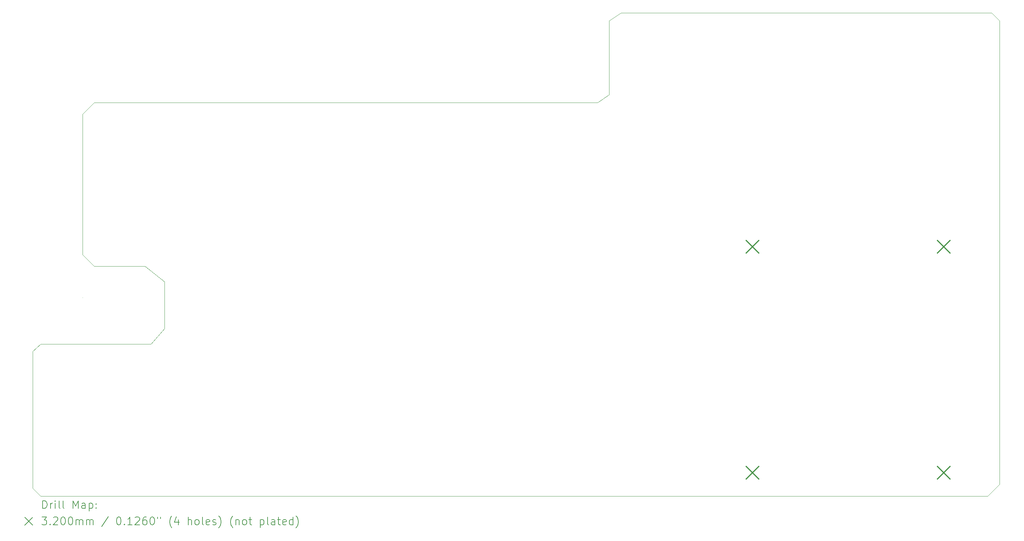
<source format=gbr>
%TF.GenerationSoftware,KiCad,Pcbnew,(6.0.9)*%
%TF.CreationDate,2023-02-24T15:44:55+01:00*%
%TF.ProjectId,mb.2024.0.0,6d622e32-3032-4342-9e30-2e302e6b6963,rev?*%
%TF.SameCoordinates,Original*%
%TF.FileFunction,Drillmap*%
%TF.FilePolarity,Positive*%
%FSLAX45Y45*%
G04 Gerber Fmt 4.5, Leading zero omitted, Abs format (unit mm)*
G04 Created by KiCad (PCBNEW (6.0.9)) date 2023-02-24 15:44:55*
%MOMM*%
%LPD*%
G01*
G04 APERTURE LIST*
%ADD10C,0.100000*%
%ADD11C,0.200000*%
%ADD12C,0.320000*%
G04 APERTURE END LIST*
D10*
X16500000Y-3100000D02*
X16200000Y-3300000D01*
X4450000Y-11600000D02*
X1624000Y-11600000D01*
X16200000Y-3300000D02*
X16200000Y-5200000D01*
X2700000Y-9300000D02*
X3000000Y-9600000D01*
X3000000Y-5400000D02*
X2700000Y-5700000D01*
X4800000Y-10000000D02*
X4300000Y-9600000D01*
X15900000Y-5400000D02*
X3000000Y-5400000D01*
X26000000Y-3100000D02*
X16500000Y-3100000D01*
X2700000Y-10400000D02*
X2700000Y-10400000D01*
X26200000Y-15200000D02*
X26200000Y-3300000D01*
X3000000Y-9600000D02*
X4300000Y-9600000D01*
X1624000Y-11600000D02*
X1424000Y-11784000D01*
X16200000Y-5200000D02*
X15900000Y-5400000D01*
X1424000Y-15300000D02*
X1624000Y-15500000D01*
X1424000Y-11784000D02*
X1424000Y-15300000D01*
X25900000Y-15500000D02*
X26200000Y-15200000D01*
X4800000Y-11200000D02*
X4800000Y-10000000D01*
X2700000Y-5700000D02*
X2700000Y-9300000D01*
X4800000Y-11200000D02*
X4450000Y-11600000D01*
X1624000Y-15500000D02*
X25900000Y-15500000D01*
X26000000Y-3100000D02*
X26200000Y-3300000D01*
D11*
D12*
X19711000Y-8940000D02*
X20031000Y-9260000D01*
X20031000Y-8940000D02*
X19711000Y-9260000D01*
X19711000Y-14740000D02*
X20031000Y-15060000D01*
X20031000Y-14740000D02*
X19711000Y-15060000D01*
X24611000Y-8940000D02*
X24931000Y-9260000D01*
X24931000Y-8940000D02*
X24611000Y-9260000D01*
X24611000Y-14740000D02*
X24931000Y-15060000D01*
X24931000Y-14740000D02*
X24611000Y-15060000D01*
D11*
X1676619Y-15815476D02*
X1676619Y-15615476D01*
X1724238Y-15615476D01*
X1752809Y-15625000D01*
X1771857Y-15644048D01*
X1781381Y-15663095D01*
X1790905Y-15701190D01*
X1790905Y-15729762D01*
X1781381Y-15767857D01*
X1771857Y-15786905D01*
X1752809Y-15805952D01*
X1724238Y-15815476D01*
X1676619Y-15815476D01*
X1876619Y-15815476D02*
X1876619Y-15682143D01*
X1876619Y-15720238D02*
X1886143Y-15701190D01*
X1895667Y-15691667D01*
X1914714Y-15682143D01*
X1933762Y-15682143D01*
X2000428Y-15815476D02*
X2000428Y-15682143D01*
X2000428Y-15615476D02*
X1990905Y-15625000D01*
X2000428Y-15634524D01*
X2009952Y-15625000D01*
X2000428Y-15615476D01*
X2000428Y-15634524D01*
X2124238Y-15815476D02*
X2105190Y-15805952D01*
X2095667Y-15786905D01*
X2095667Y-15615476D01*
X2229000Y-15815476D02*
X2209952Y-15805952D01*
X2200429Y-15786905D01*
X2200429Y-15615476D01*
X2457571Y-15815476D02*
X2457571Y-15615476D01*
X2524238Y-15758333D01*
X2590905Y-15615476D01*
X2590905Y-15815476D01*
X2771857Y-15815476D02*
X2771857Y-15710714D01*
X2762333Y-15691667D01*
X2743286Y-15682143D01*
X2705190Y-15682143D01*
X2686143Y-15691667D01*
X2771857Y-15805952D02*
X2752810Y-15815476D01*
X2705190Y-15815476D01*
X2686143Y-15805952D01*
X2676619Y-15786905D01*
X2676619Y-15767857D01*
X2686143Y-15748809D01*
X2705190Y-15739286D01*
X2752810Y-15739286D01*
X2771857Y-15729762D01*
X2867095Y-15682143D02*
X2867095Y-15882143D01*
X2867095Y-15691667D02*
X2886143Y-15682143D01*
X2924238Y-15682143D01*
X2943286Y-15691667D01*
X2952809Y-15701190D01*
X2962333Y-15720238D01*
X2962333Y-15777381D01*
X2952809Y-15796428D01*
X2943286Y-15805952D01*
X2924238Y-15815476D01*
X2886143Y-15815476D01*
X2867095Y-15805952D01*
X3048048Y-15796428D02*
X3057571Y-15805952D01*
X3048048Y-15815476D01*
X3038524Y-15805952D01*
X3048048Y-15796428D01*
X3048048Y-15815476D01*
X3048048Y-15691667D02*
X3057571Y-15701190D01*
X3048048Y-15710714D01*
X3038524Y-15701190D01*
X3048048Y-15691667D01*
X3048048Y-15710714D01*
X1219000Y-16045000D02*
X1419000Y-16245000D01*
X1419000Y-16045000D02*
X1219000Y-16245000D01*
X1657571Y-16035476D02*
X1781381Y-16035476D01*
X1714714Y-16111667D01*
X1743286Y-16111667D01*
X1762333Y-16121190D01*
X1771857Y-16130714D01*
X1781381Y-16149762D01*
X1781381Y-16197381D01*
X1771857Y-16216428D01*
X1762333Y-16225952D01*
X1743286Y-16235476D01*
X1686143Y-16235476D01*
X1667095Y-16225952D01*
X1657571Y-16216428D01*
X1867095Y-16216428D02*
X1876619Y-16225952D01*
X1867095Y-16235476D01*
X1857571Y-16225952D01*
X1867095Y-16216428D01*
X1867095Y-16235476D01*
X1952809Y-16054524D02*
X1962333Y-16045000D01*
X1981381Y-16035476D01*
X2029000Y-16035476D01*
X2048048Y-16045000D01*
X2057571Y-16054524D01*
X2067095Y-16073571D01*
X2067095Y-16092619D01*
X2057571Y-16121190D01*
X1943286Y-16235476D01*
X2067095Y-16235476D01*
X2190905Y-16035476D02*
X2209952Y-16035476D01*
X2229000Y-16045000D01*
X2238524Y-16054524D01*
X2248048Y-16073571D01*
X2257571Y-16111667D01*
X2257571Y-16159286D01*
X2248048Y-16197381D01*
X2238524Y-16216428D01*
X2229000Y-16225952D01*
X2209952Y-16235476D01*
X2190905Y-16235476D01*
X2171857Y-16225952D01*
X2162333Y-16216428D01*
X2152810Y-16197381D01*
X2143286Y-16159286D01*
X2143286Y-16111667D01*
X2152810Y-16073571D01*
X2162333Y-16054524D01*
X2171857Y-16045000D01*
X2190905Y-16035476D01*
X2381381Y-16035476D02*
X2400429Y-16035476D01*
X2419476Y-16045000D01*
X2429000Y-16054524D01*
X2438524Y-16073571D01*
X2448048Y-16111667D01*
X2448048Y-16159286D01*
X2438524Y-16197381D01*
X2429000Y-16216428D01*
X2419476Y-16225952D01*
X2400429Y-16235476D01*
X2381381Y-16235476D01*
X2362333Y-16225952D01*
X2352810Y-16216428D01*
X2343286Y-16197381D01*
X2333762Y-16159286D01*
X2333762Y-16111667D01*
X2343286Y-16073571D01*
X2352810Y-16054524D01*
X2362333Y-16045000D01*
X2381381Y-16035476D01*
X2533762Y-16235476D02*
X2533762Y-16102143D01*
X2533762Y-16121190D02*
X2543286Y-16111667D01*
X2562333Y-16102143D01*
X2590905Y-16102143D01*
X2609952Y-16111667D01*
X2619476Y-16130714D01*
X2619476Y-16235476D01*
X2619476Y-16130714D02*
X2629000Y-16111667D01*
X2648048Y-16102143D01*
X2676619Y-16102143D01*
X2695667Y-16111667D01*
X2705190Y-16130714D01*
X2705190Y-16235476D01*
X2800428Y-16235476D02*
X2800428Y-16102143D01*
X2800428Y-16121190D02*
X2809952Y-16111667D01*
X2829000Y-16102143D01*
X2857571Y-16102143D01*
X2876619Y-16111667D01*
X2886143Y-16130714D01*
X2886143Y-16235476D01*
X2886143Y-16130714D02*
X2895667Y-16111667D01*
X2914714Y-16102143D01*
X2943286Y-16102143D01*
X2962333Y-16111667D01*
X2971857Y-16130714D01*
X2971857Y-16235476D01*
X3362333Y-16025952D02*
X3190905Y-16283095D01*
X3619476Y-16035476D02*
X3638524Y-16035476D01*
X3657571Y-16045000D01*
X3667095Y-16054524D01*
X3676619Y-16073571D01*
X3686143Y-16111667D01*
X3686143Y-16159286D01*
X3676619Y-16197381D01*
X3667095Y-16216428D01*
X3657571Y-16225952D01*
X3638524Y-16235476D01*
X3619476Y-16235476D01*
X3600428Y-16225952D01*
X3590905Y-16216428D01*
X3581381Y-16197381D01*
X3571857Y-16159286D01*
X3571857Y-16111667D01*
X3581381Y-16073571D01*
X3590905Y-16054524D01*
X3600428Y-16045000D01*
X3619476Y-16035476D01*
X3771857Y-16216428D02*
X3781381Y-16225952D01*
X3771857Y-16235476D01*
X3762333Y-16225952D01*
X3771857Y-16216428D01*
X3771857Y-16235476D01*
X3971857Y-16235476D02*
X3857571Y-16235476D01*
X3914714Y-16235476D02*
X3914714Y-16035476D01*
X3895667Y-16064048D01*
X3876619Y-16083095D01*
X3857571Y-16092619D01*
X4048048Y-16054524D02*
X4057571Y-16045000D01*
X4076619Y-16035476D01*
X4124238Y-16035476D01*
X4143286Y-16045000D01*
X4152809Y-16054524D01*
X4162333Y-16073571D01*
X4162333Y-16092619D01*
X4152809Y-16121190D01*
X4038524Y-16235476D01*
X4162333Y-16235476D01*
X4333762Y-16035476D02*
X4295667Y-16035476D01*
X4276619Y-16045000D01*
X4267095Y-16054524D01*
X4248048Y-16083095D01*
X4238524Y-16121190D01*
X4238524Y-16197381D01*
X4248048Y-16216428D01*
X4257571Y-16225952D01*
X4276619Y-16235476D01*
X4314714Y-16235476D01*
X4333762Y-16225952D01*
X4343286Y-16216428D01*
X4352810Y-16197381D01*
X4352810Y-16149762D01*
X4343286Y-16130714D01*
X4333762Y-16121190D01*
X4314714Y-16111667D01*
X4276619Y-16111667D01*
X4257571Y-16121190D01*
X4248048Y-16130714D01*
X4238524Y-16149762D01*
X4476619Y-16035476D02*
X4495667Y-16035476D01*
X4514714Y-16045000D01*
X4524238Y-16054524D01*
X4533762Y-16073571D01*
X4543286Y-16111667D01*
X4543286Y-16159286D01*
X4533762Y-16197381D01*
X4524238Y-16216428D01*
X4514714Y-16225952D01*
X4495667Y-16235476D01*
X4476619Y-16235476D01*
X4457571Y-16225952D01*
X4448048Y-16216428D01*
X4438524Y-16197381D01*
X4429000Y-16159286D01*
X4429000Y-16111667D01*
X4438524Y-16073571D01*
X4448048Y-16054524D01*
X4457571Y-16045000D01*
X4476619Y-16035476D01*
X4619476Y-16035476D02*
X4619476Y-16073571D01*
X4695667Y-16035476D02*
X4695667Y-16073571D01*
X4990905Y-16311667D02*
X4981381Y-16302143D01*
X4962333Y-16273571D01*
X4952810Y-16254524D01*
X4943286Y-16225952D01*
X4933762Y-16178333D01*
X4933762Y-16140238D01*
X4943286Y-16092619D01*
X4952810Y-16064048D01*
X4962333Y-16045000D01*
X4981381Y-16016428D01*
X4990905Y-16006905D01*
X5152810Y-16102143D02*
X5152810Y-16235476D01*
X5105190Y-16025952D02*
X5057571Y-16168809D01*
X5181381Y-16168809D01*
X5409952Y-16235476D02*
X5409952Y-16035476D01*
X5495667Y-16235476D02*
X5495667Y-16130714D01*
X5486143Y-16111667D01*
X5467095Y-16102143D01*
X5438524Y-16102143D01*
X5419476Y-16111667D01*
X5409952Y-16121190D01*
X5619476Y-16235476D02*
X5600428Y-16225952D01*
X5590905Y-16216428D01*
X5581381Y-16197381D01*
X5581381Y-16140238D01*
X5590905Y-16121190D01*
X5600428Y-16111667D01*
X5619476Y-16102143D01*
X5648048Y-16102143D01*
X5667095Y-16111667D01*
X5676619Y-16121190D01*
X5686143Y-16140238D01*
X5686143Y-16197381D01*
X5676619Y-16216428D01*
X5667095Y-16225952D01*
X5648048Y-16235476D01*
X5619476Y-16235476D01*
X5800428Y-16235476D02*
X5781381Y-16225952D01*
X5771857Y-16206905D01*
X5771857Y-16035476D01*
X5952809Y-16225952D02*
X5933762Y-16235476D01*
X5895667Y-16235476D01*
X5876619Y-16225952D01*
X5867095Y-16206905D01*
X5867095Y-16130714D01*
X5876619Y-16111667D01*
X5895667Y-16102143D01*
X5933762Y-16102143D01*
X5952809Y-16111667D01*
X5962333Y-16130714D01*
X5962333Y-16149762D01*
X5867095Y-16168809D01*
X6038524Y-16225952D02*
X6057571Y-16235476D01*
X6095667Y-16235476D01*
X6114714Y-16225952D01*
X6124238Y-16206905D01*
X6124238Y-16197381D01*
X6114714Y-16178333D01*
X6095667Y-16168809D01*
X6067095Y-16168809D01*
X6048048Y-16159286D01*
X6038524Y-16140238D01*
X6038524Y-16130714D01*
X6048048Y-16111667D01*
X6067095Y-16102143D01*
X6095667Y-16102143D01*
X6114714Y-16111667D01*
X6190905Y-16311667D02*
X6200428Y-16302143D01*
X6219476Y-16273571D01*
X6229000Y-16254524D01*
X6238524Y-16225952D01*
X6248048Y-16178333D01*
X6248048Y-16140238D01*
X6238524Y-16092619D01*
X6229000Y-16064048D01*
X6219476Y-16045000D01*
X6200428Y-16016428D01*
X6190905Y-16006905D01*
X6552809Y-16311667D02*
X6543286Y-16302143D01*
X6524238Y-16273571D01*
X6514714Y-16254524D01*
X6505190Y-16225952D01*
X6495667Y-16178333D01*
X6495667Y-16140238D01*
X6505190Y-16092619D01*
X6514714Y-16064048D01*
X6524238Y-16045000D01*
X6543286Y-16016428D01*
X6552809Y-16006905D01*
X6629000Y-16102143D02*
X6629000Y-16235476D01*
X6629000Y-16121190D02*
X6638524Y-16111667D01*
X6657571Y-16102143D01*
X6686143Y-16102143D01*
X6705190Y-16111667D01*
X6714714Y-16130714D01*
X6714714Y-16235476D01*
X6838524Y-16235476D02*
X6819476Y-16225952D01*
X6809952Y-16216428D01*
X6800428Y-16197381D01*
X6800428Y-16140238D01*
X6809952Y-16121190D01*
X6819476Y-16111667D01*
X6838524Y-16102143D01*
X6867095Y-16102143D01*
X6886143Y-16111667D01*
X6895667Y-16121190D01*
X6905190Y-16140238D01*
X6905190Y-16197381D01*
X6895667Y-16216428D01*
X6886143Y-16225952D01*
X6867095Y-16235476D01*
X6838524Y-16235476D01*
X6962333Y-16102143D02*
X7038524Y-16102143D01*
X6990905Y-16035476D02*
X6990905Y-16206905D01*
X7000428Y-16225952D01*
X7019476Y-16235476D01*
X7038524Y-16235476D01*
X7257571Y-16102143D02*
X7257571Y-16302143D01*
X7257571Y-16111667D02*
X7276619Y-16102143D01*
X7314714Y-16102143D01*
X7333762Y-16111667D01*
X7343286Y-16121190D01*
X7352809Y-16140238D01*
X7352809Y-16197381D01*
X7343286Y-16216428D01*
X7333762Y-16225952D01*
X7314714Y-16235476D01*
X7276619Y-16235476D01*
X7257571Y-16225952D01*
X7467095Y-16235476D02*
X7448048Y-16225952D01*
X7438524Y-16206905D01*
X7438524Y-16035476D01*
X7629000Y-16235476D02*
X7629000Y-16130714D01*
X7619476Y-16111667D01*
X7600428Y-16102143D01*
X7562333Y-16102143D01*
X7543286Y-16111667D01*
X7629000Y-16225952D02*
X7609952Y-16235476D01*
X7562333Y-16235476D01*
X7543286Y-16225952D01*
X7533762Y-16206905D01*
X7533762Y-16187857D01*
X7543286Y-16168809D01*
X7562333Y-16159286D01*
X7609952Y-16159286D01*
X7629000Y-16149762D01*
X7695667Y-16102143D02*
X7771857Y-16102143D01*
X7724238Y-16035476D02*
X7724238Y-16206905D01*
X7733762Y-16225952D01*
X7752809Y-16235476D01*
X7771857Y-16235476D01*
X7914714Y-16225952D02*
X7895667Y-16235476D01*
X7857571Y-16235476D01*
X7838524Y-16225952D01*
X7829000Y-16206905D01*
X7829000Y-16130714D01*
X7838524Y-16111667D01*
X7857571Y-16102143D01*
X7895667Y-16102143D01*
X7914714Y-16111667D01*
X7924238Y-16130714D01*
X7924238Y-16149762D01*
X7829000Y-16168809D01*
X8095667Y-16235476D02*
X8095667Y-16035476D01*
X8095667Y-16225952D02*
X8076619Y-16235476D01*
X8038524Y-16235476D01*
X8019476Y-16225952D01*
X8009952Y-16216428D01*
X8000428Y-16197381D01*
X8000428Y-16140238D01*
X8009952Y-16121190D01*
X8019476Y-16111667D01*
X8038524Y-16102143D01*
X8076619Y-16102143D01*
X8095667Y-16111667D01*
X8171857Y-16311667D02*
X8181381Y-16302143D01*
X8200428Y-16273571D01*
X8209952Y-16254524D01*
X8219476Y-16225952D01*
X8229000Y-16178333D01*
X8229000Y-16140238D01*
X8219476Y-16092619D01*
X8209952Y-16064048D01*
X8200428Y-16045000D01*
X8181381Y-16016428D01*
X8171857Y-16006905D01*
M02*

</source>
